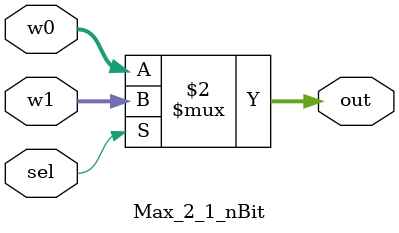
<source format=v>
`timescale 1ns / 1ps


module Max_2_1_nBit(
    input [31:0] w0,
    input [31:0] w1,
    input  sel,
    output reg [31:0] out
    );
    always@(w0,w1,sel)
    begin
        out = sel ? w1 : w0;
    end
endmodule

</source>
